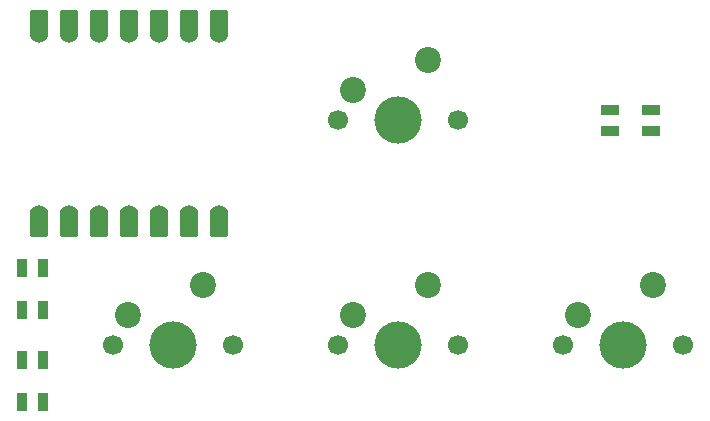
<source format=gbr>
%TF.GenerationSoftware,KiCad,Pcbnew,9.0.3*%
%TF.CreationDate,2025-07-11T18:10:02-07:00*%
%TF.ProjectId,hackpad,6861636b-7061-4642-9e6b-696361645f70,rev?*%
%TF.SameCoordinates,Original*%
%TF.FileFunction,Soldermask,Top*%
%TF.FilePolarity,Negative*%
%FSLAX46Y46*%
G04 Gerber Fmt 4.6, Leading zero omitted, Abs format (unit mm)*
G04 Created by KiCad (PCBNEW 9.0.3) date 2025-07-11 18:10:02*
%MOMM*%
%LPD*%
G01*
G04 APERTURE LIST*
G04 Aperture macros list*
%AMRoundRect*
0 Rectangle with rounded corners*
0 $1 Rounding radius*
0 $2 $3 $4 $5 $6 $7 $8 $9 X,Y pos of 4 corners*
0 Add a 4 corners polygon primitive as box body*
4,1,4,$2,$3,$4,$5,$6,$7,$8,$9,$2,$3,0*
0 Add four circle primitives for the rounded corners*
1,1,$1+$1,$2,$3*
1,1,$1+$1,$4,$5*
1,1,$1+$1,$6,$7*
1,1,$1+$1,$8,$9*
0 Add four rect primitives between the rounded corners*
20,1,$1+$1,$2,$3,$4,$5,0*
20,1,$1+$1,$4,$5,$6,$7,0*
20,1,$1+$1,$6,$7,$8,$9,0*
20,1,$1+$1,$8,$9,$2,$3,0*%
G04 Aperture macros list end*
%ADD10C,1.700000*%
%ADD11C,4.000000*%
%ADD12C,2.200000*%
%ADD13R,0.850000X1.600000*%
%ADD14RoundRect,0.152400X-0.609600X1.063600X-0.609600X-1.063600X0.609600X-1.063600X0.609600X1.063600X0*%
%ADD15C,1.524000*%
%ADD16RoundRect,0.152400X0.609600X-1.063600X0.609600X1.063600X-0.609600X1.063600X-0.609600X-1.063600X0*%
%ADD17R,1.600000X0.850000*%
G04 APERTURE END LIST*
D10*
%TO.C,SW1*%
X137795000Y-35718750D03*
D11*
X142875000Y-35718750D03*
D10*
X147955000Y-35718750D03*
D12*
X145415000Y-30638750D03*
X139065000Y-33178750D03*
%TD*%
D13*
%TO.C,D1*%
X111043750Y-51756250D03*
X112793750Y-51756250D03*
X112793750Y-48256250D03*
X111043750Y-48256250D03*
%TD*%
D10*
%TO.C,SW2*%
X118745000Y-54768750D03*
D11*
X123825000Y-54768750D03*
D10*
X128905000Y-54768750D03*
D12*
X126365000Y-49688750D03*
X120015000Y-52228750D03*
%TD*%
D10*
%TO.C,SW3*%
X156845000Y-54768750D03*
D11*
X161925000Y-54768750D03*
D10*
X167005000Y-54768750D03*
D12*
X164465000Y-49688750D03*
X158115000Y-52228750D03*
%TD*%
D14*
%TO.C,U1*%
X112480000Y-44455000D03*
D15*
X112480000Y-43620000D03*
D14*
X115020000Y-44455000D03*
D15*
X115020000Y-43620000D03*
D14*
X117560000Y-44455000D03*
D15*
X117560000Y-43620000D03*
D14*
X120100000Y-44455000D03*
D15*
X120100000Y-43620000D03*
D14*
X122640000Y-44455000D03*
D15*
X122640000Y-43620000D03*
D14*
X125180000Y-44455000D03*
D15*
X125180000Y-43620000D03*
D14*
X127720000Y-44455000D03*
D15*
X127720000Y-43620000D03*
X127720000Y-28380000D03*
D16*
X127720000Y-27545000D03*
D15*
X125180000Y-28380000D03*
D16*
X125180000Y-27545000D03*
D15*
X122640000Y-28380000D03*
D16*
X122640000Y-27545000D03*
D15*
X120100000Y-28380000D03*
D16*
X120100000Y-27545000D03*
D15*
X117560000Y-28380000D03*
D16*
X117560000Y-27545000D03*
D15*
X115020000Y-28380000D03*
D16*
X115020000Y-27545000D03*
D15*
X112480000Y-28380000D03*
D16*
X112480000Y-27545000D03*
%TD*%
D13*
%TO.C,D2*%
X111043750Y-59531250D03*
X112793750Y-59531250D03*
X112793750Y-56031250D03*
X111043750Y-56031250D03*
%TD*%
D17*
%TO.C,D3*%
X160806250Y-34843750D03*
X160806250Y-36593750D03*
X164306250Y-36593750D03*
X164306250Y-34843750D03*
%TD*%
D10*
%TO.C,SW4*%
X137795000Y-54768750D03*
D11*
X142875000Y-54768750D03*
D10*
X147955000Y-54768750D03*
D12*
X145415000Y-49688750D03*
X139065000Y-52228750D03*
%TD*%
M02*

</source>
